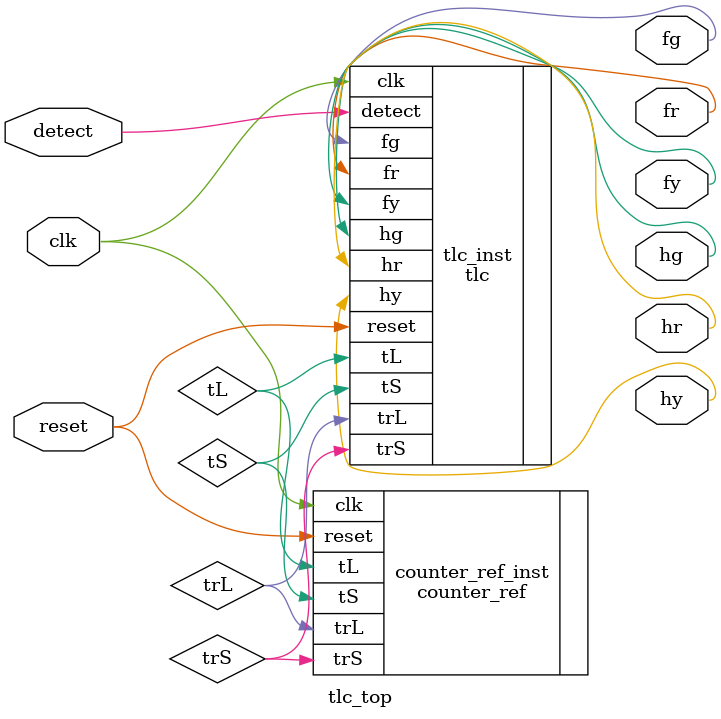
<source format=v>
`timescale 1ns/1ns
`include "tlc_top.v"
`include "tlc.v"
`include "counter.v"

module tlc_top(
        input clk,
        input reset,
        input detect,
        output hg,
        output hy,
        output hr,
        output fg,
        output fy,
        output fr);

        wire trL, trS, tL, tS;

        parameter lvalue = 2;
        parameter svalue = 4;


        counter_ref #( .lvalue(lvalue),.svalue(svalue)) counter_ref_inst(
		.clk(clk),
		.reset(reset),
		.trL(trL),
		.trS(trS),
		.tL(tL),
		.tS(tS)
                );

                
        tlc tlc_inst(
		.clk(clk),
		.reset(reset),
		.detect(detect),
		.tL(tL),
		.tS(tS),
		.trL(trL),
		.trS(trS),
                .hg(hg),
                .hy(hy),
                .hr(hr),
                .fg(fg),
                .fy(fy),
                .fr(fr)
                );

endmodule

</source>
